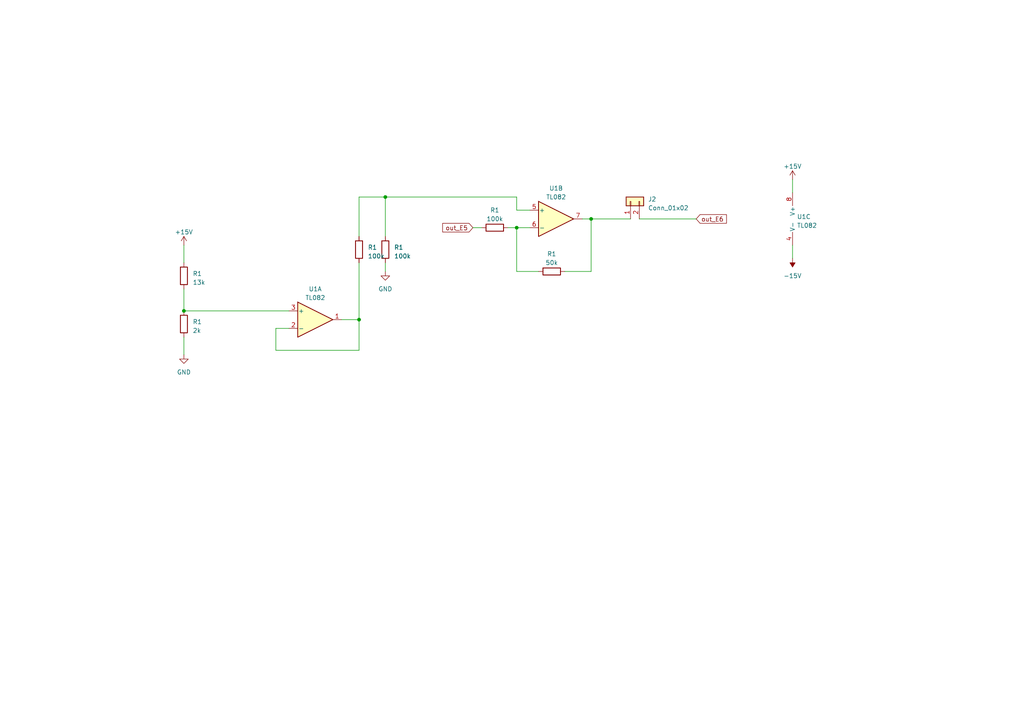
<source format=kicad_sch>
(kicad_sch (version 20230121) (generator eeschema)
  (paper "A4")
  (lib_symbols
    (symbol "Amplifier_Operational:TL082" (pin_names (offset 0.127))
      (property "Reference" "U" (at 0 5.08 0))
      (property "Value" "TL082" (at 0 -5.08 0))
      (symbol "TL082_1_1"
        (polyline (pts (xy -5.08 5.08) (xy 5.08 0) (xy -5.08 -5.08) (xy -5.08 5.08)) (stroke (width 0.254)) (fill (type background)))
        (pin output line (at 7.62 0 180) (length 2.54) (name "~") (number "1"))
        (pin input line (at -7.62 -2.54 0) (length 2.54) (name "-") (number "2"))
        (pin input line (at -7.62 2.54 0) (length 2.54) (name "+") (number "3"))
      )
      (symbol "TL082_2_1"
        (polyline (pts (xy -5.08 5.08) (xy 5.08 0) (xy -5.08 -5.08) (xy -5.08 5.08)) (stroke (width 0.254)) (fill (type background)))
        (pin input line (at -7.62 2.54 0) (length 2.54) (name "+") (number "5"))
        (pin input line (at -7.62 -2.54 0) (length 2.54) (name "-") (number "6"))
        (pin output line (at 7.62 0 180) (length 2.54) (name "~") (number "7"))
      )
      (symbol "TL082_3_1"
        (pin power_in line (at -2.54 -7.62 90) (length 3.81) (name "V-") (number "4"))
        (pin power_in line (at -2.54 7.62 270) (length 3.81) (name "V+") (number "8"))
      )
    )
    (symbol "Connector_Generic:Conn_01x02" (pin_names (offset 1.016) hide)
      (property "Reference" "J" (at 0 2.54 0))
      (property "Value" "Conn_01x02" (at 0 -5.08 0))
      (symbol "Conn_01x02_1_1"
        (rectangle (start -1.27 -2.413) (end 0 -2.667) (stroke (width 0.1524)))
        (rectangle (start -1.27 0.127) (end 0 -0.127) (stroke (width 0.1524)))
        (rectangle (start -1.27 1.27) (end 1.27 -3.81) (stroke (width 0.254)) (fill (type background)))
        (pin passive line (at -5.08 0 0) (length 3.81) (name "Pin_1") (number "1"))
        (pin passive line (at -5.08 -2.54 0) (length 3.81) (name "Pin_2") (number "2"))
      )
    )
    (symbol "Device:R" (pin_numbers hide) (pin_names (offset 0))
      (property "Reference" "R" (at 2.032 0 90))
      (property "Value" "R" (at 0 0 90))
      (symbol "R_0_1"
        (rectangle (start -1.016 -2.54) (end 1.016 2.54) (stroke (width 0.254)))
      )
      (symbol "R_1_1"
        (pin passive line (at 0 3.81 270) (length 1.27) (name "~") (number "1"))
        (pin passive line (at 0 -3.81 90) (length 1.27) (name "~") (number "2"))
      )
    )
    (symbol "power:+15V" (power) (pin_names (offset 0))
      (property "Value" "+15V" (at 0 3.556 0))
      (symbol "+15V_0_1"
        (polyline (pts (xy -0.762 1.27) (xy 0 2.54)))
        (polyline (pts (xy 0 0) (xy 0 2.54)))
        (polyline (pts (xy 0 2.54) (xy 0.762 1.27)))
      )
      (symbol "+15V_1_1"
        (pin power_in line (at 0 0 90) (length 0) hide (name "+15V") (number "1"))
      )
    )
    (symbol "power:-15V" (power) (pin_names (offset 0))
      (property "Value" "-15V" (at 0 3.81 0))
      (symbol "-15V_0_0"
        (pin power_in line (at 0 0 90) (length 0) hide (name "-15V") (number "1"))
      )
      (symbol "-15V_0_1"
        (polyline (pts (xy 0 0) (xy 0 1.27) (xy 0.762 1.27) (xy 0 2.54) (xy -0.762 1.27) (xy 0 1.27)) (fill (type outline)))
      )
    )
    (symbol "power:GND" (power) (pin_names (offset 0))
      (property "Value" "GND" (at 0 -3.81 0))
      (symbol "GND_0_1"
        (polyline (pts (xy 0 0) (xy 0 -1.27) (xy 1.27 -1.27) (xy 0 -2.54) (xy -1.27 -1.27) (xy 0 -1.27)))
      )
      (symbol "GND_1_1"
        (pin power_in line (at 0 0 270) (length 0) hide (name "GND") (number "1"))
      )
    )
  )
  (junction (at 104.14 92.71))
  (junction (at 111.76 57.15))
  (junction (at 149.86 66.04))
  (junction (at 53.34 90.17))
  (junction (at 171.45 63.5))
  (wire (pts (xy 104.14 92.71) (xy 104.14 76.2)))
  (wire (pts (xy 104.14 57.15) (xy 104.14 68.58)))
  (wire (pts (xy 104.14 101.6) (xy 104.14 92.71)))
  (wire (pts (xy 149.86 78.74) (xy 149.86 66.04)))
  (wire (pts (xy 99.06 92.71) (xy 104.14 92.71)))
  (wire (pts (xy 111.76 76.2) (xy 111.76 78.74)))
  (wire (pts (xy 229.87 52.07) (xy 229.87 55.88)))
  (wire (pts (xy 149.86 60.96) (xy 149.86 57.15)))
  (wire (pts (xy 53.34 97.79) (xy 53.34 102.87)))
  (wire (pts (xy 53.34 90.17) (xy 83.82 90.17)))
  (wire (pts (xy 83.82 95.25) (xy 80.01 95.25)))
  (wire (pts (xy 171.45 63.5) (xy 168.91 63.5)))
  (wire (pts (xy 111.76 57.15) (xy 111.76 68.58)))
  (wire (pts (xy 185.42 63.5) (xy 201.93 63.5)))
  (wire (pts (xy 147.32 66.04) (xy 149.86 66.04)))
  (wire (pts (xy 163.83 78.74) (xy 171.45 78.74)))
  (wire (pts (xy 153.67 60.96) (xy 149.86 60.96)))
  (wire (pts (xy 149.86 57.15) (xy 111.76 57.15)))
  (wire (pts (xy 156.21 78.74) (xy 149.86 78.74)))
  (wire (pts (xy 53.34 83.82) (xy 53.34 90.17)))
  (wire (pts (xy 229.87 71.12) (xy 229.87 74.93)))
  (wire (pts (xy 111.76 57.15) (xy 104.14 57.15)))
  (wire (pts (xy 53.34 71.12) (xy 53.34 76.2)))
  (wire (pts (xy 80.01 95.25) (xy 80.01 101.6)))
  (wire (pts (xy 149.86 66.04) (xy 153.67 66.04)))
  (wire (pts (xy 80.01 101.6) (xy 104.14 101.6)))
  (wire (pts (xy 171.45 78.74) (xy 171.45 63.5)))
  (wire (pts (xy 171.45 63.5) (xy 182.88 63.5)))
  (wire (pts (xy 137.16 66.04) (xy 139.7 66.04)))
  (global_label "out_E5" (shape input) (at 137.16 66.04 180) (property "Intersheetrefs" "${INTERSHEET_REFS}" (effects hide)))
  (global_label "out_E6" (shape input) (at 201.93 63.5 0) (property "Intersheetrefs" "${INTERSHEET_REFS}" (effects hide)))
  (symbol (lib_id "Device:R") (at 53.34 80.01 0) (unit 1)
    (property "Reference" "R1" (at 55.88 79.375 0) (effects (justify left)))
    (property "Value" "13k" (at 55.88 81.915 0) (effects (justify left)))
    (property "Footprint" "Resistor_THT:R_Axial_DIN0207_L6.3mm_D2.5mm_P10.16mm_Horizontal" (effects hide))
    (instances (project "op" (path "" (reference "R1") (unit 1)) (path "" (reference "R3") (unit 1)) (path "" (reference "R12") (unit 1)) (path "" (reference "R22") (unit 1))))
  )
  (symbol (lib_id "power:GND") (at 53.34 102.87 0) (unit 1)
    (property "Reference" "#PWR05" (effects hide))
    (property "Value" "GND" (at 53.34 107.95 0))
    (instances (project "op" (path "" (reference "#PWR05") (unit 1)) (path "" (reference "#PWR011") (unit 1)) (path "" (reference "#PWR024") (unit 1))))
  )
  (symbol (lib_id "power:+15V") (at 229.87 52.07 0) (unit 1)
    (property "Reference" "#PWR07" (effects hide))
    (property "Value" "+15V" (at 229.87 48.26 0))
    (instances (project "op" (path "" (reference "#PWR07") (unit 1)) (path "" (reference "#PWR013") (unit 1)) (path "" (reference "#PWR026") (unit 1))))
  )
  (symbol (lib_id "Connector_Generic:Conn_01x02") (at 182.88 58.42 90) (unit 1)
    (property "Reference" "J2" (at 187.96 57.785 90) (effects (justify right)))
    (property "Value" "Conn_01x02" (at 187.96 60.325 90) (effects (justify right)))
    (property "Footprint" "Connector_PinHeader_2.00mm:PinHeader_1x02_P2.00mm_Vertical" (effects hide))
    (instances (project "op" (path "" (reference "J2") (unit 1)) (path "" (reference "J4") (unit 1)) (path "" (reference "J6") (unit 1)) (path "" (reference "J17") (unit 1))))
  )
  (symbol (lib_id "Device:R") (at 104.14 72.39 0) (unit 1)
    (property "Reference" "R1" (at 106.68 71.755 0) (effects (justify left)))
    (property "Value" "100k" (at 106.68 74.295 0) (effects (justify left)))
    (property "Footprint" "Resistor_THT:R_Axial_DIN0207_L6.3mm_D2.5mm_P10.16mm_Horizontal" (effects hide))
    (instances (project "op" (path "" (reference "R1") (unit 1)) (path "" (reference "R5") (unit 1)) (path "" (reference "R14") (unit 1)) (path "" (reference "R24") (unit 1))))
  )
  (symbol (lib_id "power:-15V") (at 229.87 74.93 180) (unit 1)
    (property "Reference" "#PWR08" (effects hide))
    (property "Value" "-15V" (at 229.87 80.01 0))
    (instances (project "op" (path "" (reference "#PWR08") (unit 1)) (path "" (reference "#PWR014") (unit 1)) (path "" (reference "#PWR027") (unit 1))))
  )
  (symbol (lib_id "Device:R") (at 160.02 78.74 90) (unit 1)
    (property "Reference" "R1" (at 160.02 73.66 90))
    (property "Value" "50k" (at 160.02 76.2 90))
    (property "Footprint" "Resistor_THT:R_Axial_DIN0207_L6.3mm_D2.5mm_P10.16mm_Horizontal" (effects hide))
    (instances (project "op" (path "" (reference "R1") (unit 1)) (path "" (reference "R8") (unit 1)) (path "" (reference "R17") (unit 1)) (path "" (reference "R27") (unit 1))))
  )
  (symbol (lib_id "Amplifier_Operational:TL082") (at 161.29 63.5 0) (unit 2)
    (property "Reference" "U1" (at 161.29 54.61 0))
    (property "Value" "TL082" (at 161.29 57.15 0))
    (property "Footprint" "Package_DIP:DIP-8_W10.16mm_LongPads" (effects hide))
    (property "Datasheet" "http://www.ti.com/lit/ds/symlink/tl081.pdf" (effects hide))
    (instances (project "op" (path "" (reference "U1") (unit 2)) (path "" (reference "U5") (unit 2)) (path "" (reference "U4") (unit 2))))
  )
  (symbol (lib_id "power:+15V") (at 53.34 71.12 0) (unit 1)
    (property "Reference" "#PWR04" (effects hide))
    (property "Value" "+15V" (at 53.34 67.31 0))
    (instances (project "op" (path "" (reference "#PWR04") (unit 1)) (path "" (reference "#PWR010") (unit 1)) (path "" (reference "#PWR023") (unit 1))))
  )
  (symbol (lib_id "Amplifier_Operational:TL082") (at 232.41 63.5 0) (unit 3)
    (property "Reference" "U1" (at 231.14 62.865 0) (effects (justify left)))
    (property "Value" "TL082" (at 231.14 65.405 0) (effects (justify left)))
    (property "Footprint" "Package_DIP:DIP-8_W10.16mm_LongPads" (effects hide))
    (property "Datasheet" "http://www.ti.com/lit/ds/symlink/tl081.pdf" (effects hide))
    (instances (project "op" (path "" (reference "U1") (unit 3)) (path "" (reference "U3") (unit 3)) (path "" (reference "U4") (unit 3)) (path "" (reference "U5") (unit 3))))
  )
  (symbol (lib_id "Device:R") (at 53.34 93.98 0) (unit 1)
    (property "Reference" "R1" (at 55.88 93.345 0) (effects (justify left)))
    (property "Value" "2k" (at 55.88 95.885 0) (effects (justify left)))
    (property "Footprint" "Resistor_THT:R_Axial_DIN0207_L6.3mm_D2.5mm_P10.16mm_Horizontal" (effects hide))
    (instances (project "op" (path "" (reference "R1") (unit 1)) (path "" (reference "R4") (unit 1)) (path "" (reference "R13") (unit 1)) (path "" (reference "R23") (unit 1))))
  )
  (symbol (lib_id "Device:R") (at 111.76 72.39 0) (unit 1)
    (property "Reference" "R1" (at 114.3 71.755 0) (effects (justify left)))
    (property "Value" "100k" (at 114.3 74.295 0) (effects (justify left)))
    (property "Footprint" "Resistor_THT:R_Axial_DIN0207_L6.3mm_D2.5mm_P10.16mm_Horizontal" (effects hide))
    (instances (project "op" (path "" (reference "R1") (unit 1)) (path "" (reference "R6") (unit 1)) (path "" (reference "R15") (unit 1)) (path "" (reference "R25") (unit 1))))
  )
  (symbol (lib_id "Device:R") (at 143.51 66.04 90) (unit 1)
    (property "Reference" "R1" (at 143.51 60.96 90))
    (property "Value" "100k" (at 143.51 63.5 90))
    (property "Footprint" "Resistor_THT:R_Axial_DIN0207_L6.3mm_D2.5mm_P10.16mm_Horizontal" (effects hide))
    (instances (project "op" (path "" (reference "R1") (unit 1)) (path "" (reference "R7") (unit 1)) (path "" (reference "R16") (unit 1)) (path "" (reference "R26") (unit 1))))
  )
  (symbol (lib_id "power:GND") (at 111.76 78.74 0) (unit 1)
    (property "Reference" "#PWR06" (effects hide))
    (property "Value" "GND" (at 111.76 83.82 0))
    (instances (project "op" (path "" (reference "#PWR06") (unit 1)) (path "" (reference "#PWR012") (unit 1)) (path "" (reference "#PWR025") (unit 1))))
  )
  (symbol (lib_id "Amplifier_Operational:TL082") (at 91.44 92.71 0) (unit 1)
    (property "Reference" "U1" (at 91.44 83.82 0))
    (property "Value" "TL082" (at 91.44 86.36 0))
    (property "Footprint" "Package_DIP:DIP-8_W10.16mm_LongPads" (effects hide))
    (property "Datasheet" "http://www.ti.com/lit/ds/symlink/tl081.pdf" (effects hide))
    (instances (project "op" (path "" (reference "U1") (unit 1)) (path "" (reference "U3") (unit 1)) (path "" (reference "U4") (unit 1)) (path "" (reference "U5") (unit 1))))
  )
)
</source>
